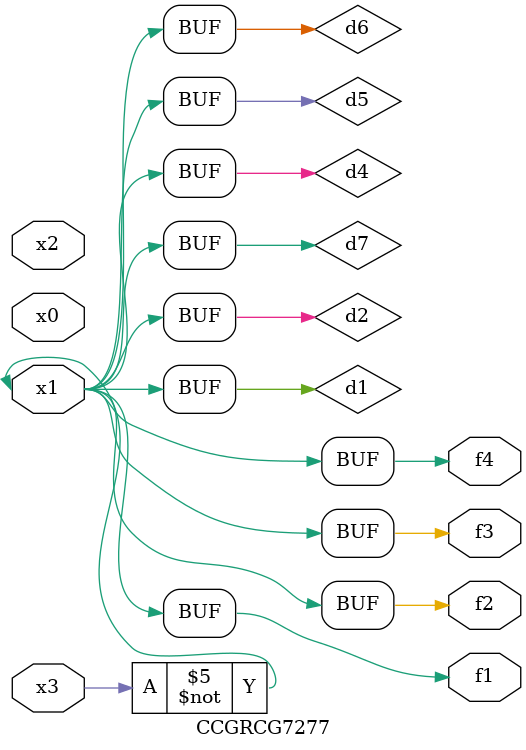
<source format=v>
module CCGRCG7277(
	input x0, x1, x2, x3,
	output f1, f2, f3, f4
);

	wire d1, d2, d3, d4, d5, d6, d7;

	not (d1, x3);
	buf (d2, x1);
	xnor (d3, d1, d2);
	nor (d4, d1);
	buf (d5, d1, d2);
	buf (d6, d4, d5);
	nand (d7, d4);
	assign f1 = d6;
	assign f2 = d7;
	assign f3 = d6;
	assign f4 = d6;
endmodule

</source>
